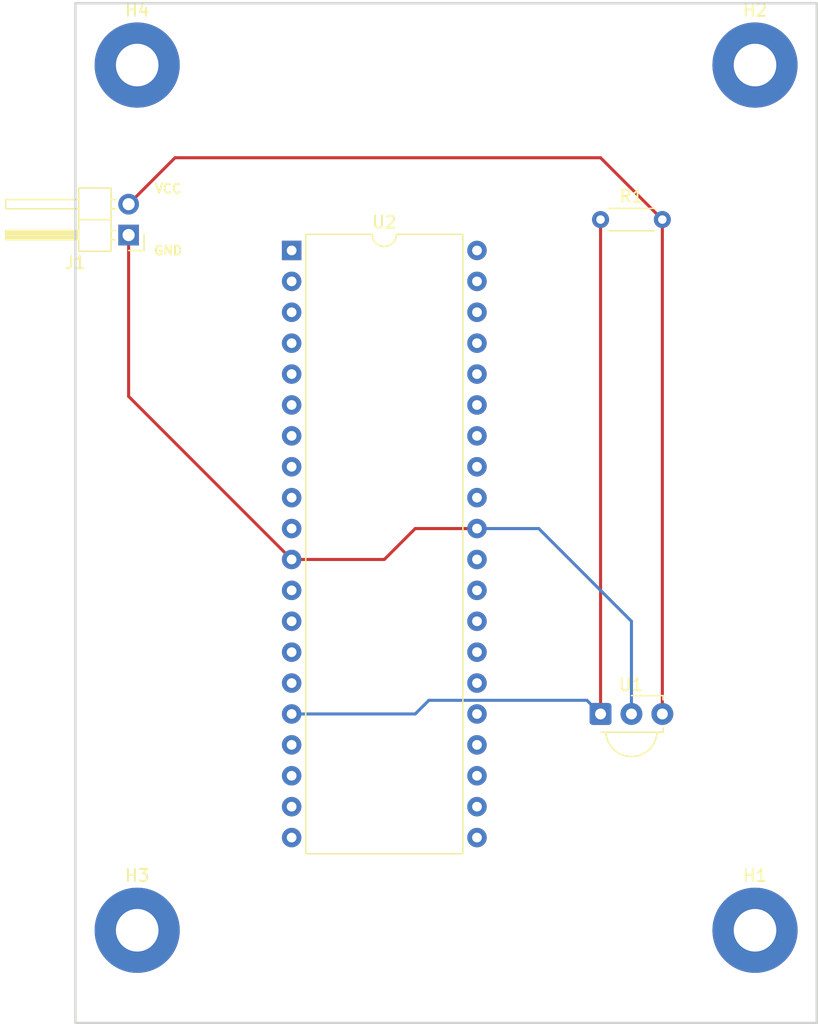
<source format=kicad_pcb>
(kicad_pcb (version 20211014) (generator pcbnew)
  (layers (0 "F.Cu" signal) (31 "B.Cu" signal) (34 "B.Paste" user) (35 "F.Paste" user) (36 "B.SilkS" user "B.Silkscreen") (37 "F.SilkS" user "F.Silkscreen") (38 "B.Mask" user) (39 "F.Mask" user) (44 "Edge.Cuts" user))
  (net 0 "")
  (net 1 "Net-(J1-Pad1)")
  (net 2 "Net-(J1-Pad2)")
  (net 3 "Net-(R1-Pad1)")
  (footprint "Package_DIP:DIP-40_W15.24mm" (layer "F.Cu") (at 109.22 71.12)
    (fp_text reference "U2" (at 7.62 -2.33) (layer "F.SilkS"))
    (fp_text value "ATmega32A-P")
    (fp_line (start 6.62 -1.33) (end 1.16 -1.33) (layer "F.SilkS") (width 0.12))
    (fp_line (start 14.08 -1.33) (end 8.62 -1.33) (layer "F.SilkS") (width 0.12))
    (fp_line (start 14.08 49.59) (end 14.08 -1.33) (layer "F.SilkS") (width 0.12))
    (fp_line (start 1.16 49.59) (end 14.08 49.59) (layer "F.SilkS") (width 0.12))
    (fp_line (start 1.16 -1.33) (end 1.16 49.59) (layer "F.SilkS") (width 0.12))
    (fp_arc (start 8.62 -1.33) (mid 7.62 -0.33) (end 6.62 -1.33) (layer "F.SilkS") (width 0.12))
    (pad "1" thru_hole rect (at 0 0) (size 1.6 1.6) (drill 0.8) (layers *.Cu *.Mask))
    (pad "2" thru_hole oval (at 0 2.54) (size 1.6 1.6) (drill 0.8) (layers *.Cu *.Mask))
    (pad "3" thru_hole oval (at 0 5.08) (size 1.6 1.6) (drill 0.8) (layers *.Cu *.Mask))
    (pad "4" thru_hole oval (at 0 7.62) (size 1.6 1.6) (drill 0.8) (layers *.Cu *.Mask))
    (pad "5" thru_hole oval (at 0 10.16) (size 1.6 1.6) (drill 0.8) (layers *.Cu *.Mask))
    (pad "6" thru_hole oval (at 0 12.7) (size 1.6 1.6) (drill 0.8) (layers *.Cu *.Mask))
    (pad "7" thru_hole oval (at 0 15.24) (size 1.6 1.6) (drill 0.8) (layers *.Cu *.Mask))
    (pad "8" thru_hole oval (at 0 17.78) (size 1.6 1.6) (drill 0.8) (layers *.Cu *.Mask))
    (pad "9" thru_hole oval (at 0 20.32) (size 1.6 1.6) (drill 0.8) (layers *.Cu *.Mask))
    (pad "10" thru_hole oval (at 0 22.86) (size 1.6 1.6) (drill 0.8) (layers *.Cu *.Mask))
    (pad "11" thru_hole oval (at 0 25.4) (size 1.6 1.6) (drill 0.8) (layers *.Cu *.Mask) (net 1 "Net-(J1-Pad1)"))
    (pad "12" thru_hole oval (at 0 27.94) (size 1.6 1.6) (drill 0.8) (layers *.Cu *.Mask))
    (pad "13" thru_hole oval (at 0 30.48) (size 1.6 1.6) (drill 0.8) (layers *.Cu *.Mask))
    (pad "14" thru_hole oval (at 0 33.02) (size 1.6 1.6) (drill 0.8) (layers *.Cu *.Mask))
    (pad "15" thru_hole oval (at 0 35.56) (size 1.6 1.6) (drill 0.8) (layers *.Cu *.Mask))
    (pad "16" thru_hole oval (at 0 38.1) (size 1.6 1.6) (drill 0.8) (layers *.Cu *.Mask) (net 3 "Net-(R1-Pad1)"))
    (pad "17" thru_hole oval (at 0 40.64) (size 1.6 1.6) (drill 0.8) (layers *.Cu *.Mask))
    (pad "18" thru_hole oval (at 0 43.18) (size 1.6 1.6) (drill 0.8) (layers *.Cu *.Mask))
    (pad "19" thru_hole oval (at 0 45.72) (size 1.6 1.6) (drill 0.8) (layers *.Cu *.Mask))
    (pad "20" thru_hole oval (at 0 48.26) (size 1.6 1.6) (drill 0.8) (layers *.Cu *.Mask))
    (pad "21" thru_hole oval (at 15.24 48.26) (size 1.6 1.6) (drill 0.8) (layers *.Cu *.Mask))
    (pad "22" thru_hole oval (at 15.24 45.72) (size 1.6 1.6) (drill 0.8) (layers *.Cu *.Mask))
    (pad "23" thru_hole oval (at 15.24 43.18) (size 1.6 1.6) (drill 0.8) (layers *.Cu *.Mask))
    (pad "24" thru_hole oval (at 15.24 40.64) (size 1.6 1.6) (drill 0.8) (layers *.Cu *.Mask))
    (pad "25" thru_hole oval (at 15.24 38.1) (size 1.6 1.6) (drill 0.8) (layers *.Cu *.Mask))
    (pad "26" thru_hole oval (at 15.24 35.56) (size 1.6 1.6) (drill 0.8) (layers *.Cu *.Mask))
    (pad "27" thru_hole oval (at 15.24 33.02) (size 1.6 1.6) (drill 0.8) (layers *.Cu *.Mask))
    (pad "28" thru_hole oval (at 15.24 30.48) (size 1.6 1.6) (drill 0.8) (layers *.Cu *.Mask))
    (pad "29" thru_hole oval (at 15.24 27.94) (size 1.6 1.6) (drill 0.8) (layers *.Cu *.Mask))
    (pad "30" thru_hole oval (at 15.24 25.4) (size 1.6 1.6) (drill 0.8) (layers *.Cu *.Mask))
    (pad "31" thru_hole oval (at 15.24 22.86) (size 1.6 1.6) (drill 0.8) (layers *.Cu *.Mask) (net 1 "Net-(J1-Pad1)"))
    (pad "32" thru_hole oval (at 15.24 20.32) (size 1.6 1.6) (drill 0.8) (layers *.Cu *.Mask))
    (pad "33" thru_hole oval (at 15.24 17.78) (size 1.6 1.6) (drill 0.8) (layers *.Cu *.Mask))
    (pad "34" thru_hole oval (at 15.24 15.24) (size 1.6 1.6) (drill 0.8) (layers *.Cu *.Mask))
    (pad "35" thru_hole oval (at 15.24 12.7) (size 1.6 1.6) (drill 0.8) (layers *.Cu *.Mask))
    (pad "36" thru_hole oval (at 15.24 10.16) (size 1.6 1.6) (drill 0.8) (layers *.Cu *.Mask))
    (pad "37" thru_hole oval (at 15.24 7.62) (size 1.6 1.6) (drill 0.8) (layers *.Cu *.Mask))
    (pad "38" thru_hole oval (at 15.24 5.08) (size 1.6 1.6) (drill 0.8) (layers *.Cu *.Mask))
    (pad "39" thru_hole oval (at 15.24 2.54) (size 1.6 1.6) (drill 0.8) (layers *.Cu *.Mask))
    (pad "40" thru_hole oval (at 15.24 0) (size 1.6 1.6) (drill 0.8) (layers *.Cu *.Mask))
  )
  (footprint "MountingHole:MountingHole_3.5mm_Pad" (layer "F.Cu") (at 96.52 55.88)
    (fp_text reference "H4" (at 0 -4.5) (layer "F.SilkS"))
    (fp_text value "MountingHole")
    (pad "1" thru_hole circle (at 0 0) (size 7 7) (drill 3.5) (layers *.Cu *.Mask))
  )
  (footprint "MountingHole:MountingHole_3.5mm_Pad" (layer "F.Cu") (at 147.32 127)
    (fp_text reference "H1" (at 0 -4.5) (layer "F.SilkS"))
    (fp_text value "MountingHole")
    (pad "1" thru_hole circle (at 0 0) (size 7 7) (drill 3.5) (layers *.Cu *.Mask))
  )
  (footprint "Connector_PinHeader_2.54mm:PinHeader_1x02_P2.54mm_Horizontal" (layer "F.Cu") (at 95.815 69.855 180)
    (fp_text reference "J1" (at 4.385 -2.27) (layer "F.SilkS"))
    (fp_text value "Conn_01x02")
    (fp_line (start 1.11 0.38) (end 1.44 0.38) (layer "F.SilkS") (width 0.12))
    (fp_line (start 4.1 3.87) (end 4.1 -1.33) (layer "F.SilkS") (width 0.12))
    (fp_line (start 10.1 -0.38) (end 10.1 0.38) (layer "F.SilkS") (width 0.12))
    (fp_line (start 10.1 0.38) (end 4.1 0.38) (layer "F.SilkS") (width 0.12))
    (fp_line (start 1.11 -0.38) (end 1.44 -0.38) (layer "F.SilkS") (width 0.12))
    (fp_line (start 4.1 2.16) (end 10.1 2.16) (layer "F.SilkS") (width 0.12))
    (fp_line (start 4.1 0.16) (end 10.1 0.16) (layer "F.SilkS") (width 0.12))
    (fp_line (start 4.1 -0.2) (end 10.1 -0.2) (layer "F.SilkS") (width 0.12))
    (fp_line (start 1.042929 2.16) (end 1.44 2.16) (layer "F.SilkS") (width 0.12))
    (fp_line (start 4.1 -0.32) (end 10.1 -0.32) (layer "F.SilkS") (width 0.12))
    (fp_line (start 4.1 0.28) (end 10.1 0.28) (layer "F.SilkS") (width 0.12))
    (fp_line (start 1.44 -1.33) (end 1.44 3.87) (layer "F.SilkS") (width 0.12))
    (fp_line (start 4.1 -0.08) (end 10.1 -0.08) (layer "F.SilkS") (width 0.12))
    (fp_line (start 1.44 1.27) (end 4.1 1.27) (layer "F.SilkS") (width 0.12))
    (fp_line (start 1.042929 2.92) (end 1.44 2.92) (layer "F.SilkS") (width 0.12))
    (fp_line (start 4.1 -1.33) (end 1.44 -1.33) (layer "F.SilkS") (width 0.12))
    (fp_line (start 4.1 0.04) (end 10.1 0.04) (layer "F.SilkS") (width 0.12))
    (fp_line (start -1.27 -1.27) (end 0 -1.27) (layer "F.SilkS") (width 0.12))
    (fp_line (start 4.1 -0.38) (end 10.1 -0.38) (layer "F.SilkS") (width 0.12))
    (fp_line (start 10.1 2.92) (end 4.1 2.92) (layer "F.SilkS") (width 0.12))
    (fp_line (start -1.27 0) (end -1.27 -1.27) (layer "F.SilkS") (width 0.12))
    (fp_line (start 10.1 2.16) (end 10.1 2.92) (layer "F.SilkS") (width 0.12))
    (fp_line (start 1.44 3.87) (end 4.1 3.87) (layer "F.SilkS") (width 0.12))
    (pad "1" thru_hole rect (at 0 0 180) (size 1.7 1.7) (drill 1) (layers *.Cu *.Mask) (net 1 "Net-(J1-Pad1)"))
    (pad "2" thru_hole oval (at 0 2.54 180) (size 1.7 1.7) (drill 1) (layers *.Cu *.Mask) (net 2 "Net-(J1-Pad2)"))
  )
  (footprint "MountingHole:MountingHole_3.5mm_Pad" (layer "F.Cu") (at 96.52 127)
    (fp_text reference "H3" (at 0 -4.5) (layer "F.SilkS"))
    (fp_text value "MountingHole")
    (pad "1" thru_hole circle (at 0 0) (size 7 7) (drill 3.5) (layers *.Cu *.Mask))
  )
  (footprint "OptoDevice:Vishay_MINICAST-3Pin" (layer "F.Cu") (at 134.62 109.22)
    (fp_text reference "U1" (at 2.5 -2.4) (layer "F.SilkS"))
    (fp_text value "Ind_proxi")
    (fp_line (start 5.14 -1.51) (end 2.54 -1.51) (layer "F.SilkS") (width 0.12))
    (fp_line (start 5.14 1.16) (end 5.14 1.5) (layer "F.SilkS") (width 0.12))
    (fp_line (start 5.14 1.5) (end 0.05 1.5) (layer "F.SilkS") (width 0.12))
    (fp_line (start 5.14 -1.16) (end 5.14 -1.51) (layer "F.SilkS") (width 0.12))
    (fp_arc (start 4.64 1.5) (mid 2.540869 3.502379) (end 0.440083 1.501736) (layer "F.SilkS") (width 0.12))
    (pad "1" thru_hole roundrect (at 0 0) (size 1.8 1.8) (drill 0.9) (layers *.Cu *.Mask) (roundrect_rratio 0.139) (net 3 "Net-(R1-Pad1)"))
    (pad "2" thru_hole circle (at 2.54 0) (size 1.8 1.8) (drill 0.9) (layers *.Cu *.Mask) (net 1 "Net-(J1-Pad1)"))
    (pad "3" thru_hole circle (at 5.08 0) (size 1.8 1.8) (drill 0.9) (layers *.Cu *.Mask) (net 2 "Net-(J1-Pad2)"))
  )
  (footprint "Resistor_THT:R_Axial_DIN0204_L3.6mm_D1.6mm_P5.08mm_Horizontal" (layer "F.Cu") (at 134.62 68.58)
    (fp_text reference "R1" (at 2.54 -1.92) (layer "F.SilkS"))
    (fp_text value "1K")
    (fp_line (start 0.62 -0.92) (end 4.46 -0.92) (layer "F.SilkS") (width 0.12))
    (fp_line (start 0.62 0.92) (end 4.46 0.92) (layer "F.SilkS") (width 0.12))
    (pad "1" thru_hole circle (at 0 0) (size 1.4 1.4) (drill 0.7) (layers *.Cu *.Mask) (net 3 "Net-(R1-Pad1)"))
    (pad "2" thru_hole oval (at 5.08 0) (size 1.4 1.4) (drill 0.7) (layers *.Cu *.Mask) (net 2 "Net-(J1-Pad2)"))
  )
  (footprint "MountingHole:MountingHole_3.5mm_Pad" (layer "F.Cu") (at 147.32 55.88)
    (fp_text reference "H2" (at 0 -4.5) (layer "F.SilkS"))
    (fp_text value "MountingHole")
    (pad "1" thru_hole circle (at 0 0) (size 7 7) (drill 3.5) (layers *.Cu *.Mask))
  )
  (gr_rect (start 91.44 50.8) (end 152.4 134.62) (layer "Edge.Cuts") (width 0.2) (fill none))
  (gr_text "GND" (at 99.06 71.12) (layer "F.SilkS") (effects (font (size 0.75 0.75))))
  (gr_text "VCC" (at 99.06 66.04) (layer "F.SilkS") (effects (font (size 0.75 0.75))))
  (segment (start 95.815 83.115) (end 109.22 96.52) (width 0.25) (layer "F.Cu") (net 1))
  (segment (start 119.38 93.98) (end 116.84 96.52) (width 0.25) (layer "F.Cu") (net 1))
  (segment (start 124.46 93.98) (end 119.38 93.98) (width 0.25) (layer "F.Cu") (net 1))
  (segment (start 95.815 69.855) (end 95.815 83.115) (width 0.25) (layer "F.Cu") (net 1))
  (segment (start 116.84 96.52) (end 109.22 96.52) (width 0.25) (layer "F.Cu") (net 1))
  (segment (start 124.46 93.98) (end 129.54 93.98) (width 0.25) (layer "B.Cu") (net 1))
  (segment (start 129.54 93.98) (end 137.16 101.6) (width 0.25) (layer "B.Cu") (net 1))
  (segment (start 137.16 101.6) (end 137.16 109.22) (width 0.25) (layer "B.Cu") (net 1))
  (segment (start 95.815 67.315) (end 99.63 63.5) (width 0.25) (layer "F.Cu") (net 2))
  (segment (start 134.62 63.5) (end 139.7 68.58) (width 0.25) (layer "F.Cu") (net 2))
  (segment (start 139.7 109.22) (end 139.7 68.58) (width 0.25) (layer "F.Cu") (net 2))
  (segment (start 99.63 63.5) (end 134.62 63.5) (width 0.25) (layer "F.Cu") (net 2))
  (segment (start 134.62 68.58) (end 134.62 109.22) (width 0.25) (layer "F.Cu") (net 3))
  (segment (start 134.62 109.22) (end 133.495489 108.095489) (width 0.25) (layer "B.Cu") (net 3))
  (segment (start 133.495489 108.095489) (end 120.504511 108.095489) (width 0.25) (layer "B.Cu") (net 3))
  (segment (start 119.38 109.22) (end 109.22 109.22) (width 0.25) (layer "B.Cu") (net 3))
  (segment (start 120.504511 108.095489) (end 119.38 109.22) (width 0.25) (layer "B.Cu") (net 3))
)
</source>
